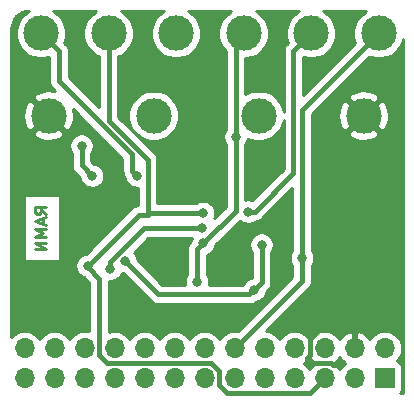
<source format=gbr>
G04 #@! TF.GenerationSoftware,KiCad,Pcbnew,(5.1.4)-1*
G04 #@! TF.CreationDate,2019-12-12T20:06:14+09:00*
G04 #@! TF.ProjectId,microcar_head,6d696372-6f63-4617-925f-686561642e6b,rev?*
G04 #@! TF.SameCoordinates,Original*
G04 #@! TF.FileFunction,Copper,L2,Bot*
G04 #@! TF.FilePolarity,Positive*
%FSLAX46Y46*%
G04 Gerber Fmt 4.6, Leading zero omitted, Abs format (unit mm)*
G04 Created by KiCad (PCBNEW (5.1.4)-1) date 2019-12-12 20:06:14*
%MOMM*%
%LPD*%
G04 APERTURE LIST*
%ADD10C,0.250000*%
%ADD11O,1.700000X1.700000*%
%ADD12R,1.700000X1.700000*%
%ADD13C,3.000000*%
%ADD14C,0.800000*%
%ADD15C,0.400000*%
%ADD16C,0.254000*%
G04 APERTURE END LIST*
D10*
X22677380Y-50220714D02*
X22201190Y-49887380D01*
X22677380Y-49649285D02*
X21677380Y-49649285D01*
X21677380Y-50030238D01*
X21725000Y-50125476D01*
X21772619Y-50173095D01*
X21867857Y-50220714D01*
X22010714Y-50220714D01*
X22105952Y-50173095D01*
X22153571Y-50125476D01*
X22201190Y-50030238D01*
X22201190Y-49649285D01*
X22391666Y-50601666D02*
X22391666Y-51077857D01*
X22677380Y-50506428D02*
X21677380Y-50839761D01*
X22677380Y-51173095D01*
X22677380Y-51506428D02*
X21677380Y-51506428D01*
X22391666Y-51839761D01*
X21677380Y-52173095D01*
X22677380Y-52173095D01*
X22677380Y-52649285D02*
X21677380Y-52649285D01*
X22677380Y-53220714D01*
X21677380Y-53220714D01*
D11*
X20828000Y-61595000D03*
X20828000Y-64135000D03*
X23368000Y-61595000D03*
X23368000Y-64135000D03*
X25908000Y-61595000D03*
X25908000Y-64135000D03*
X28448000Y-61595000D03*
X28448000Y-64135000D03*
X30988000Y-61595000D03*
X30988000Y-64135000D03*
X33528000Y-61595000D03*
X33528000Y-64135000D03*
X36068000Y-61595000D03*
X36068000Y-64135000D03*
X38608000Y-61595000D03*
X38608000Y-64135000D03*
X41148000Y-61595000D03*
X41148000Y-64135000D03*
X43688000Y-61595000D03*
X43688000Y-64135000D03*
X46228000Y-61595000D03*
X46228000Y-64135000D03*
X48768000Y-61595000D03*
X48768000Y-64135000D03*
X51308000Y-61595000D03*
D12*
X51308000Y-64135000D03*
D13*
X22860000Y-41910000D03*
X33655000Y-34925000D03*
X39370000Y-34925000D03*
X27940000Y-34925000D03*
X22225000Y-34925000D03*
X50800000Y-34925000D03*
X45085000Y-34925000D03*
X49530000Y-41910000D03*
X31750000Y-41910000D03*
X40640000Y-41910000D03*
D14*
X26035000Y-51435000D03*
X29210000Y-48260000D03*
X41275000Y-46355000D03*
X51435000Y-38735000D03*
X20447000Y-38735000D03*
X25400000Y-57785000D03*
X46482000Y-59309000D03*
X49403000Y-57912000D03*
X44958000Y-38735000D03*
X40767000Y-38735000D03*
X31750000Y-38735000D03*
X40005000Y-48768000D03*
X39751000Y-53848000D03*
X34290000Y-43688000D03*
X47498000Y-62992000D03*
X48133000Y-50927000D03*
X31369000Y-54483000D03*
X31369000Y-53340000D03*
X37211000Y-55626000D03*
X25400000Y-38735000D03*
X35852000Y-51435000D03*
X28067000Y-54864000D03*
X39751004Y-50038000D03*
X44323000Y-53936990D03*
X30353000Y-46990000D03*
X26162000Y-54610000D03*
X35941000Y-50165000D03*
X35941000Y-52705000D03*
X35433002Y-56007000D03*
X38696998Y-43688000D03*
X40259000Y-56642000D03*
X29337000Y-54229000D03*
X25654000Y-44450000D03*
X26543000Y-46990000D03*
X40893996Y-52832000D03*
D15*
X46932315Y-62992000D02*
X46785316Y-62845001D01*
X47498000Y-62992000D02*
X46932315Y-62992000D01*
X46082001Y-59708999D02*
X46482000Y-59309000D01*
X44977999Y-60813001D02*
X46082001Y-59708999D01*
X44977999Y-62155003D02*
X44977999Y-60813001D01*
X44723999Y-62409003D02*
X44977999Y-62155003D01*
X44723999Y-62845001D02*
X44723999Y-62409003D01*
X46785316Y-62845001D02*
X44723999Y-62845001D01*
X31369000Y-54483000D02*
X31369000Y-53340000D01*
X37973000Y-55626000D02*
X39751000Y-53848000D01*
X37211000Y-55626000D02*
X37973000Y-55626000D01*
X28067000Y-54314998D02*
X28067000Y-54864000D01*
X35852000Y-51435000D02*
X30946998Y-51435000D01*
X30946998Y-51435000D02*
X28067000Y-54314998D01*
X43585001Y-46769688D02*
X40316689Y-50038000D01*
X43585001Y-36424999D02*
X43585001Y-46769688D01*
X40316689Y-50038000D02*
X39751004Y-50038000D01*
X45085000Y-34925000D02*
X43585001Y-36424999D01*
X38608000Y-61595000D02*
X44323000Y-55880000D01*
X44323000Y-54502675D02*
X44323000Y-53936990D01*
X44323000Y-53371305D02*
X44323000Y-53936990D01*
X44323000Y-55880000D02*
X44323000Y-54502675D01*
X44323000Y-41402000D02*
X44323000Y-53371305D01*
X50800000Y-34925000D02*
X44323000Y-41402000D01*
X23724999Y-36424999D02*
X22225000Y-34925000D01*
X23724999Y-38964999D02*
X23724999Y-36424999D01*
X29953001Y-45193001D02*
X23724999Y-38964999D01*
X30353000Y-46990000D02*
X29953001Y-46590001D01*
X29953001Y-46590001D02*
X29953001Y-45193001D01*
X27158001Y-62155003D02*
X27158001Y-55733001D01*
X27847999Y-62845001D02*
X27158001Y-62155003D01*
X44977999Y-65385001D02*
X38007999Y-65385001D01*
X46228000Y-64135000D02*
X44977999Y-65385001D01*
X38007999Y-65385001D02*
X37318001Y-64695003D01*
X37318001Y-64695003D02*
X37318001Y-63534999D01*
X37318001Y-63534999D02*
X36628003Y-62845001D01*
X36628003Y-62845001D02*
X27847999Y-62845001D01*
X27158001Y-55733001D02*
X26162000Y-54737000D01*
X26162000Y-54737000D02*
X26162000Y-54610000D01*
X30480000Y-50292000D02*
X26162000Y-54610000D01*
X31242000Y-45633458D02*
X31242000Y-50292000D01*
X27940000Y-42331458D02*
X31242000Y-45633458D01*
X27940000Y-34925000D02*
X27940000Y-42331458D01*
X31242000Y-50292000D02*
X30480000Y-50292000D01*
X31242000Y-50292000D02*
X31369000Y-50165000D01*
X35375315Y-50165000D02*
X35941000Y-50165000D01*
X31369000Y-50165000D02*
X35375315Y-50165000D01*
X35941000Y-52705000D02*
X35433002Y-53212998D01*
X35433002Y-55441315D02*
X35433002Y-56007000D01*
X35433002Y-53212998D02*
X35433002Y-55441315D01*
X38696998Y-44380685D02*
X38696998Y-43815000D01*
X38696998Y-49949002D02*
X38696998Y-44380685D01*
X35941000Y-52705000D02*
X38696998Y-49949002D01*
X38696998Y-35598002D02*
X38696998Y-43815000D01*
X39370000Y-34925000D02*
X38696998Y-35598002D01*
X25654000Y-44450000D02*
X25654000Y-46101000D01*
X25654000Y-46101000D02*
X26543000Y-46990000D01*
X40259000Y-56642000D02*
X40893996Y-56007004D01*
X40893996Y-53397685D02*
X40893996Y-52832000D01*
X40893996Y-56007004D02*
X40893996Y-53397685D01*
X29337000Y-54229000D02*
X32149999Y-57041999D01*
X39859001Y-57041999D02*
X40259000Y-56642000D01*
X32149999Y-57041999D02*
X39859001Y-57041999D01*
D16*
G36*
X52883001Y-65380000D02*
G01*
X52655295Y-65380000D01*
X52688537Y-65339494D01*
X52747502Y-65229180D01*
X52783812Y-65109482D01*
X52796072Y-64985000D01*
X52796072Y-63285000D01*
X52783812Y-63160518D01*
X52747502Y-63040820D01*
X52688537Y-62930506D01*
X52609185Y-62833815D01*
X52512494Y-62754463D01*
X52402180Y-62695498D01*
X52333313Y-62674607D01*
X52363134Y-62650134D01*
X52548706Y-62424014D01*
X52686599Y-62166034D01*
X52771513Y-61886111D01*
X52800185Y-61595000D01*
X52771513Y-61303889D01*
X52686599Y-61023966D01*
X52548706Y-60765986D01*
X52363134Y-60539866D01*
X52137014Y-60354294D01*
X51879034Y-60216401D01*
X51599111Y-60131487D01*
X51380950Y-60110000D01*
X51235050Y-60110000D01*
X51016889Y-60131487D01*
X50736966Y-60216401D01*
X50478986Y-60354294D01*
X50252866Y-60539866D01*
X50067294Y-60765986D01*
X50032799Y-60830523D01*
X49963178Y-60713645D01*
X49768269Y-60497412D01*
X49534920Y-60323359D01*
X49272099Y-60198175D01*
X49124890Y-60153524D01*
X48895000Y-60274845D01*
X48895000Y-61468000D01*
X48915000Y-61468000D01*
X48915000Y-61722000D01*
X48895000Y-61722000D01*
X48895000Y-61742000D01*
X48641000Y-61742000D01*
X48641000Y-61722000D01*
X48621000Y-61722000D01*
X48621000Y-61468000D01*
X48641000Y-61468000D01*
X48641000Y-60274845D01*
X48411110Y-60153524D01*
X48263901Y-60198175D01*
X48001080Y-60323359D01*
X47767731Y-60497412D01*
X47572822Y-60713645D01*
X47503201Y-60830523D01*
X47468706Y-60765986D01*
X47283134Y-60539866D01*
X47057014Y-60354294D01*
X46799034Y-60216401D01*
X46519111Y-60131487D01*
X46300950Y-60110000D01*
X46155050Y-60110000D01*
X45936889Y-60131487D01*
X45656966Y-60216401D01*
X45398986Y-60354294D01*
X45172866Y-60539866D01*
X44987294Y-60765986D01*
X44958000Y-60820791D01*
X44928706Y-60765986D01*
X44743134Y-60539866D01*
X44517014Y-60354294D01*
X44259034Y-60216401D01*
X43979111Y-60131487D01*
X43760950Y-60110000D01*
X43615050Y-60110000D01*
X43396889Y-60131487D01*
X43116966Y-60216401D01*
X42858986Y-60354294D01*
X42632866Y-60539866D01*
X42447294Y-60765986D01*
X42418000Y-60820791D01*
X42388706Y-60765986D01*
X42203134Y-60539866D01*
X41977014Y-60354294D01*
X41719034Y-60216401D01*
X41439111Y-60131487D01*
X41269123Y-60114745D01*
X44884433Y-56499436D01*
X44916291Y-56473291D01*
X45020636Y-56346146D01*
X45098172Y-56201087D01*
X45145918Y-56043689D01*
X45158000Y-55921019D01*
X45158000Y-55921018D01*
X45162040Y-55880000D01*
X45158000Y-55838982D01*
X45158000Y-54550275D01*
X45240205Y-54427246D01*
X45318226Y-54238888D01*
X45358000Y-54038929D01*
X45358000Y-53835051D01*
X45318226Y-53635092D01*
X45240205Y-53446734D01*
X45158000Y-53323705D01*
X45158000Y-43401653D01*
X48217952Y-43401653D01*
X48373962Y-43717214D01*
X48748745Y-43908020D01*
X49153551Y-44022044D01*
X49572824Y-44054902D01*
X49990451Y-44005334D01*
X50390383Y-43875243D01*
X50686038Y-43717214D01*
X50842048Y-43401653D01*
X49530000Y-42089605D01*
X48217952Y-43401653D01*
X45158000Y-43401653D01*
X45158000Y-41952824D01*
X47385098Y-41952824D01*
X47434666Y-42370451D01*
X47564757Y-42770383D01*
X47722786Y-43066038D01*
X48038347Y-43222048D01*
X49350395Y-41910000D01*
X49709605Y-41910000D01*
X51021653Y-43222048D01*
X51337214Y-43066038D01*
X51528020Y-42691255D01*
X51642044Y-42286449D01*
X51674902Y-41867176D01*
X51625334Y-41449549D01*
X51495243Y-41049617D01*
X51337214Y-40753962D01*
X51021653Y-40597952D01*
X49709605Y-41910000D01*
X49350395Y-41910000D01*
X48038347Y-40597952D01*
X47722786Y-40753962D01*
X47531980Y-41128745D01*
X47417956Y-41533551D01*
X47385098Y-41952824D01*
X45158000Y-41952824D01*
X45158000Y-41747867D01*
X46487520Y-40418347D01*
X48217952Y-40418347D01*
X49530000Y-41730395D01*
X50842048Y-40418347D01*
X50686038Y-40102786D01*
X50311255Y-39911980D01*
X49906449Y-39797956D01*
X49487176Y-39765098D01*
X49069549Y-39814666D01*
X48669617Y-39944757D01*
X48373962Y-40102786D01*
X48217952Y-40418347D01*
X46487520Y-40418347D01*
X50000942Y-36904926D01*
X50177244Y-36977953D01*
X50589721Y-37060000D01*
X51010279Y-37060000D01*
X51422756Y-36977953D01*
X51811302Y-36817012D01*
X52160983Y-36583363D01*
X52458363Y-36285983D01*
X52692012Y-35936302D01*
X52852953Y-35547756D01*
X52883000Y-35396700D01*
X52883001Y-65380000D01*
X52883001Y-65380000D01*
G37*
X52883001Y-65380000D02*
X52655295Y-65380000D01*
X52688537Y-65339494D01*
X52747502Y-65229180D01*
X52783812Y-65109482D01*
X52796072Y-64985000D01*
X52796072Y-63285000D01*
X52783812Y-63160518D01*
X52747502Y-63040820D01*
X52688537Y-62930506D01*
X52609185Y-62833815D01*
X52512494Y-62754463D01*
X52402180Y-62695498D01*
X52333313Y-62674607D01*
X52363134Y-62650134D01*
X52548706Y-62424014D01*
X52686599Y-62166034D01*
X52771513Y-61886111D01*
X52800185Y-61595000D01*
X52771513Y-61303889D01*
X52686599Y-61023966D01*
X52548706Y-60765986D01*
X52363134Y-60539866D01*
X52137014Y-60354294D01*
X51879034Y-60216401D01*
X51599111Y-60131487D01*
X51380950Y-60110000D01*
X51235050Y-60110000D01*
X51016889Y-60131487D01*
X50736966Y-60216401D01*
X50478986Y-60354294D01*
X50252866Y-60539866D01*
X50067294Y-60765986D01*
X50032799Y-60830523D01*
X49963178Y-60713645D01*
X49768269Y-60497412D01*
X49534920Y-60323359D01*
X49272099Y-60198175D01*
X49124890Y-60153524D01*
X48895000Y-60274845D01*
X48895000Y-61468000D01*
X48915000Y-61468000D01*
X48915000Y-61722000D01*
X48895000Y-61722000D01*
X48895000Y-61742000D01*
X48641000Y-61742000D01*
X48641000Y-61722000D01*
X48621000Y-61722000D01*
X48621000Y-61468000D01*
X48641000Y-61468000D01*
X48641000Y-60274845D01*
X48411110Y-60153524D01*
X48263901Y-60198175D01*
X48001080Y-60323359D01*
X47767731Y-60497412D01*
X47572822Y-60713645D01*
X47503201Y-60830523D01*
X47468706Y-60765986D01*
X47283134Y-60539866D01*
X47057014Y-60354294D01*
X46799034Y-60216401D01*
X46519111Y-60131487D01*
X46300950Y-60110000D01*
X46155050Y-60110000D01*
X45936889Y-60131487D01*
X45656966Y-60216401D01*
X45398986Y-60354294D01*
X45172866Y-60539866D01*
X44987294Y-60765986D01*
X44958000Y-60820791D01*
X44928706Y-60765986D01*
X44743134Y-60539866D01*
X44517014Y-60354294D01*
X44259034Y-60216401D01*
X43979111Y-60131487D01*
X43760950Y-60110000D01*
X43615050Y-60110000D01*
X43396889Y-60131487D01*
X43116966Y-60216401D01*
X42858986Y-60354294D01*
X42632866Y-60539866D01*
X42447294Y-60765986D01*
X42418000Y-60820791D01*
X42388706Y-60765986D01*
X42203134Y-60539866D01*
X41977014Y-60354294D01*
X41719034Y-60216401D01*
X41439111Y-60131487D01*
X41269123Y-60114745D01*
X44884433Y-56499436D01*
X44916291Y-56473291D01*
X45020636Y-56346146D01*
X45098172Y-56201087D01*
X45145918Y-56043689D01*
X45158000Y-55921019D01*
X45158000Y-55921018D01*
X45162040Y-55880000D01*
X45158000Y-55838982D01*
X45158000Y-54550275D01*
X45240205Y-54427246D01*
X45318226Y-54238888D01*
X45358000Y-54038929D01*
X45358000Y-53835051D01*
X45318226Y-53635092D01*
X45240205Y-53446734D01*
X45158000Y-53323705D01*
X45158000Y-43401653D01*
X48217952Y-43401653D01*
X48373962Y-43717214D01*
X48748745Y-43908020D01*
X49153551Y-44022044D01*
X49572824Y-44054902D01*
X49990451Y-44005334D01*
X50390383Y-43875243D01*
X50686038Y-43717214D01*
X50842048Y-43401653D01*
X49530000Y-42089605D01*
X48217952Y-43401653D01*
X45158000Y-43401653D01*
X45158000Y-41952824D01*
X47385098Y-41952824D01*
X47434666Y-42370451D01*
X47564757Y-42770383D01*
X47722786Y-43066038D01*
X48038347Y-43222048D01*
X49350395Y-41910000D01*
X49709605Y-41910000D01*
X51021653Y-43222048D01*
X51337214Y-43066038D01*
X51528020Y-42691255D01*
X51642044Y-42286449D01*
X51674902Y-41867176D01*
X51625334Y-41449549D01*
X51495243Y-41049617D01*
X51337214Y-40753962D01*
X51021653Y-40597952D01*
X49709605Y-41910000D01*
X49350395Y-41910000D01*
X48038347Y-40597952D01*
X47722786Y-40753962D01*
X47531980Y-41128745D01*
X47417956Y-41533551D01*
X47385098Y-41952824D01*
X45158000Y-41952824D01*
X45158000Y-41747867D01*
X46487520Y-40418347D01*
X48217952Y-40418347D01*
X49530000Y-41730395D01*
X50842048Y-40418347D01*
X50686038Y-40102786D01*
X50311255Y-39911980D01*
X49906449Y-39797956D01*
X49487176Y-39765098D01*
X49069549Y-39814666D01*
X48669617Y-39944757D01*
X48373962Y-40102786D01*
X48217952Y-40418347D01*
X46487520Y-40418347D01*
X50000942Y-36904926D01*
X50177244Y-36977953D01*
X50589721Y-37060000D01*
X51010279Y-37060000D01*
X51422756Y-36977953D01*
X51811302Y-36817012D01*
X52160983Y-36583363D01*
X52458363Y-36285983D01*
X52692012Y-35936302D01*
X52852953Y-35547756D01*
X52883000Y-35396700D01*
X52883001Y-65380000D01*
G36*
X47572822Y-62476355D02*
G01*
X47767731Y-62692588D01*
X47996756Y-62863416D01*
X47938986Y-62894294D01*
X47712866Y-63079866D01*
X47527294Y-63305986D01*
X47498000Y-63360791D01*
X47468706Y-63305986D01*
X47283134Y-63079866D01*
X47057014Y-62894294D01*
X47002209Y-62865000D01*
X47057014Y-62835706D01*
X47283134Y-62650134D01*
X47468706Y-62424014D01*
X47503201Y-62359477D01*
X47572822Y-62476355D01*
X47572822Y-62476355D01*
G37*
X47572822Y-62476355D02*
X47767731Y-62692588D01*
X47996756Y-62863416D01*
X47938986Y-62894294D01*
X47712866Y-63079866D01*
X47527294Y-63305986D01*
X47498000Y-63360791D01*
X47468706Y-63305986D01*
X47283134Y-63079866D01*
X47057014Y-62894294D01*
X47002209Y-62865000D01*
X47057014Y-62835706D01*
X47283134Y-62650134D01*
X47468706Y-62424014D01*
X47503201Y-62359477D01*
X47572822Y-62476355D01*
G36*
X44987294Y-62424014D02*
G01*
X45172866Y-62650134D01*
X45398986Y-62835706D01*
X45453791Y-62865000D01*
X45398986Y-62894294D01*
X45172866Y-63079866D01*
X44987294Y-63305986D01*
X44958000Y-63360791D01*
X44928706Y-63305986D01*
X44743134Y-63079866D01*
X44517014Y-62894294D01*
X44462209Y-62865000D01*
X44517014Y-62835706D01*
X44743134Y-62650134D01*
X44928706Y-62424014D01*
X44958000Y-62369209D01*
X44987294Y-62424014D01*
X44987294Y-62424014D01*
G37*
X44987294Y-62424014D02*
X45172866Y-62650134D01*
X45398986Y-62835706D01*
X45453791Y-62865000D01*
X45398986Y-62894294D01*
X45172866Y-63079866D01*
X44987294Y-63305986D01*
X44958000Y-63360791D01*
X44928706Y-63305986D01*
X44743134Y-63079866D01*
X44517014Y-62894294D01*
X44462209Y-62865000D01*
X44517014Y-62835706D01*
X44743134Y-62650134D01*
X44928706Y-62424014D01*
X44958000Y-62369209D01*
X44987294Y-62424014D01*
G36*
X20864017Y-33266637D02*
G01*
X20566637Y-33564017D01*
X20332988Y-33913698D01*
X20172047Y-34302244D01*
X20090000Y-34714721D01*
X20090000Y-35135279D01*
X20172047Y-35547756D01*
X20332988Y-35936302D01*
X20566637Y-36285983D01*
X20864017Y-36583363D01*
X21213698Y-36817012D01*
X21602244Y-36977953D01*
X22014721Y-37060000D01*
X22435279Y-37060000D01*
X22847756Y-36977953D01*
X22890000Y-36960455D01*
X22889999Y-38923980D01*
X22885959Y-38964999D01*
X22889999Y-39006017D01*
X22902081Y-39128687D01*
X22949827Y-39286085D01*
X23027363Y-39431144D01*
X23131708Y-39558290D01*
X23163578Y-39584445D01*
X23432238Y-39853105D01*
X23236449Y-39797956D01*
X22817176Y-39765098D01*
X22399549Y-39814666D01*
X21999617Y-39944757D01*
X21703962Y-40102786D01*
X21547952Y-40418347D01*
X22860000Y-41730395D01*
X22874143Y-41716253D01*
X23053748Y-41895858D01*
X23039605Y-41910000D01*
X24351653Y-43222048D01*
X24667214Y-43066038D01*
X24858020Y-42691255D01*
X24972044Y-42286449D01*
X25004902Y-41867176D01*
X24955334Y-41449549D01*
X24919973Y-41340841D01*
X29118002Y-45538871D01*
X29118001Y-46548982D01*
X29113961Y-46590001D01*
X29118001Y-46631019D01*
X29130083Y-46753689D01*
X29177829Y-46911087D01*
X29255365Y-47056146D01*
X29328641Y-47145433D01*
X29357774Y-47291898D01*
X29435795Y-47480256D01*
X29549063Y-47649774D01*
X29693226Y-47793937D01*
X29862744Y-47907205D01*
X30051102Y-47985226D01*
X30251061Y-48025000D01*
X30407001Y-48025000D01*
X30407001Y-49460150D01*
X30316311Y-49469082D01*
X30158913Y-49516828D01*
X30013854Y-49594364D01*
X29886709Y-49698709D01*
X29860561Y-49730571D01*
X26005226Y-53585907D01*
X25860102Y-53614774D01*
X25671744Y-53692795D01*
X25502226Y-53806063D01*
X25358063Y-53950226D01*
X25244795Y-54119744D01*
X25166774Y-54308102D01*
X25127000Y-54508061D01*
X25127000Y-54711939D01*
X25166774Y-54911898D01*
X25244795Y-55100256D01*
X25358063Y-55269774D01*
X25502226Y-55413937D01*
X25671744Y-55527205D01*
X25841762Y-55597629D01*
X26323002Y-56078870D01*
X26323001Y-60169069D01*
X26199111Y-60131487D01*
X25980950Y-60110000D01*
X25835050Y-60110000D01*
X25616889Y-60131487D01*
X25336966Y-60216401D01*
X25078986Y-60354294D01*
X24852866Y-60539866D01*
X24667294Y-60765986D01*
X24638000Y-60820791D01*
X24608706Y-60765986D01*
X24423134Y-60539866D01*
X24197014Y-60354294D01*
X23939034Y-60216401D01*
X23659111Y-60131487D01*
X23440950Y-60110000D01*
X23295050Y-60110000D01*
X23076889Y-60131487D01*
X22796966Y-60216401D01*
X22538986Y-60354294D01*
X22312866Y-60539866D01*
X22127294Y-60765986D01*
X22098000Y-60820791D01*
X22068706Y-60765986D01*
X21883134Y-60539866D01*
X21657014Y-60354294D01*
X21399034Y-60216401D01*
X21119111Y-60131487D01*
X20900950Y-60110000D01*
X20755050Y-60110000D01*
X20536889Y-60131487D01*
X20256966Y-60216401D01*
X19998986Y-60354294D01*
X19772866Y-60539866D01*
X19710000Y-60616468D01*
X19710000Y-48651190D01*
X20807500Y-48651190D01*
X20807500Y-54218809D01*
X23827500Y-54218809D01*
X23827500Y-48651190D01*
X20807500Y-48651190D01*
X19710000Y-48651190D01*
X19710000Y-44348061D01*
X24619000Y-44348061D01*
X24619000Y-44551939D01*
X24658774Y-44751898D01*
X24736795Y-44940256D01*
X24819000Y-45063285D01*
X24819001Y-46059972D01*
X24814960Y-46101000D01*
X24831082Y-46264688D01*
X24878828Y-46422086D01*
X24933225Y-46523855D01*
X24956365Y-46567146D01*
X25060710Y-46694291D01*
X25092574Y-46720441D01*
X25518908Y-47146776D01*
X25547774Y-47291898D01*
X25625795Y-47480256D01*
X25739063Y-47649774D01*
X25883226Y-47793937D01*
X26052744Y-47907205D01*
X26241102Y-47985226D01*
X26441061Y-48025000D01*
X26644939Y-48025000D01*
X26844898Y-47985226D01*
X27033256Y-47907205D01*
X27202774Y-47793937D01*
X27346937Y-47649774D01*
X27460205Y-47480256D01*
X27538226Y-47291898D01*
X27578000Y-47091939D01*
X27578000Y-46888061D01*
X27538226Y-46688102D01*
X27460205Y-46499744D01*
X27346937Y-46330226D01*
X27202774Y-46186063D01*
X27033256Y-46072795D01*
X26844898Y-45994774D01*
X26699776Y-45965908D01*
X26489000Y-45755132D01*
X26489000Y-45063285D01*
X26571205Y-44940256D01*
X26649226Y-44751898D01*
X26689000Y-44551939D01*
X26689000Y-44348061D01*
X26649226Y-44148102D01*
X26571205Y-43959744D01*
X26457937Y-43790226D01*
X26313774Y-43646063D01*
X26144256Y-43532795D01*
X25955898Y-43454774D01*
X25755939Y-43415000D01*
X25552061Y-43415000D01*
X25352102Y-43454774D01*
X25163744Y-43532795D01*
X24994226Y-43646063D01*
X24850063Y-43790226D01*
X24736795Y-43959744D01*
X24658774Y-44148102D01*
X24619000Y-44348061D01*
X19710000Y-44348061D01*
X19710000Y-43401653D01*
X21547952Y-43401653D01*
X21703962Y-43717214D01*
X22078745Y-43908020D01*
X22483551Y-44022044D01*
X22902824Y-44054902D01*
X23320451Y-44005334D01*
X23720383Y-43875243D01*
X24016038Y-43717214D01*
X24172048Y-43401653D01*
X22860000Y-42089605D01*
X21547952Y-43401653D01*
X19710000Y-43401653D01*
X19710000Y-41952824D01*
X20715098Y-41952824D01*
X20764666Y-42370451D01*
X20894757Y-42770383D01*
X21052786Y-43066038D01*
X21368347Y-43222048D01*
X22680395Y-41910000D01*
X21368347Y-40597952D01*
X21052786Y-40753962D01*
X20861980Y-41128745D01*
X20747956Y-41533551D01*
X20715098Y-41952824D01*
X19710000Y-41952824D01*
X19710000Y-34525279D01*
X19740682Y-34212364D01*
X19822185Y-33942414D01*
X19954565Y-33693442D01*
X20132788Y-33474920D01*
X20350058Y-33295178D01*
X20598105Y-33161059D01*
X20867479Y-33077674D01*
X21178354Y-33045000D01*
X21195721Y-33045000D01*
X20864017Y-33266637D01*
X20864017Y-33266637D01*
G37*
X20864017Y-33266637D02*
X20566637Y-33564017D01*
X20332988Y-33913698D01*
X20172047Y-34302244D01*
X20090000Y-34714721D01*
X20090000Y-35135279D01*
X20172047Y-35547756D01*
X20332988Y-35936302D01*
X20566637Y-36285983D01*
X20864017Y-36583363D01*
X21213698Y-36817012D01*
X21602244Y-36977953D01*
X22014721Y-37060000D01*
X22435279Y-37060000D01*
X22847756Y-36977953D01*
X22890000Y-36960455D01*
X22889999Y-38923980D01*
X22885959Y-38964999D01*
X22889999Y-39006017D01*
X22902081Y-39128687D01*
X22949827Y-39286085D01*
X23027363Y-39431144D01*
X23131708Y-39558290D01*
X23163578Y-39584445D01*
X23432238Y-39853105D01*
X23236449Y-39797956D01*
X22817176Y-39765098D01*
X22399549Y-39814666D01*
X21999617Y-39944757D01*
X21703962Y-40102786D01*
X21547952Y-40418347D01*
X22860000Y-41730395D01*
X22874143Y-41716253D01*
X23053748Y-41895858D01*
X23039605Y-41910000D01*
X24351653Y-43222048D01*
X24667214Y-43066038D01*
X24858020Y-42691255D01*
X24972044Y-42286449D01*
X25004902Y-41867176D01*
X24955334Y-41449549D01*
X24919973Y-41340841D01*
X29118002Y-45538871D01*
X29118001Y-46548982D01*
X29113961Y-46590001D01*
X29118001Y-46631019D01*
X29130083Y-46753689D01*
X29177829Y-46911087D01*
X29255365Y-47056146D01*
X29328641Y-47145433D01*
X29357774Y-47291898D01*
X29435795Y-47480256D01*
X29549063Y-47649774D01*
X29693226Y-47793937D01*
X29862744Y-47907205D01*
X30051102Y-47985226D01*
X30251061Y-48025000D01*
X30407001Y-48025000D01*
X30407001Y-49460150D01*
X30316311Y-49469082D01*
X30158913Y-49516828D01*
X30013854Y-49594364D01*
X29886709Y-49698709D01*
X29860561Y-49730571D01*
X26005226Y-53585907D01*
X25860102Y-53614774D01*
X25671744Y-53692795D01*
X25502226Y-53806063D01*
X25358063Y-53950226D01*
X25244795Y-54119744D01*
X25166774Y-54308102D01*
X25127000Y-54508061D01*
X25127000Y-54711939D01*
X25166774Y-54911898D01*
X25244795Y-55100256D01*
X25358063Y-55269774D01*
X25502226Y-55413937D01*
X25671744Y-55527205D01*
X25841762Y-55597629D01*
X26323002Y-56078870D01*
X26323001Y-60169069D01*
X26199111Y-60131487D01*
X25980950Y-60110000D01*
X25835050Y-60110000D01*
X25616889Y-60131487D01*
X25336966Y-60216401D01*
X25078986Y-60354294D01*
X24852866Y-60539866D01*
X24667294Y-60765986D01*
X24638000Y-60820791D01*
X24608706Y-60765986D01*
X24423134Y-60539866D01*
X24197014Y-60354294D01*
X23939034Y-60216401D01*
X23659111Y-60131487D01*
X23440950Y-60110000D01*
X23295050Y-60110000D01*
X23076889Y-60131487D01*
X22796966Y-60216401D01*
X22538986Y-60354294D01*
X22312866Y-60539866D01*
X22127294Y-60765986D01*
X22098000Y-60820791D01*
X22068706Y-60765986D01*
X21883134Y-60539866D01*
X21657014Y-60354294D01*
X21399034Y-60216401D01*
X21119111Y-60131487D01*
X20900950Y-60110000D01*
X20755050Y-60110000D01*
X20536889Y-60131487D01*
X20256966Y-60216401D01*
X19998986Y-60354294D01*
X19772866Y-60539866D01*
X19710000Y-60616468D01*
X19710000Y-48651190D01*
X20807500Y-48651190D01*
X20807500Y-54218809D01*
X23827500Y-54218809D01*
X23827500Y-48651190D01*
X20807500Y-48651190D01*
X19710000Y-48651190D01*
X19710000Y-44348061D01*
X24619000Y-44348061D01*
X24619000Y-44551939D01*
X24658774Y-44751898D01*
X24736795Y-44940256D01*
X24819000Y-45063285D01*
X24819001Y-46059972D01*
X24814960Y-46101000D01*
X24831082Y-46264688D01*
X24878828Y-46422086D01*
X24933225Y-46523855D01*
X24956365Y-46567146D01*
X25060710Y-46694291D01*
X25092574Y-46720441D01*
X25518908Y-47146776D01*
X25547774Y-47291898D01*
X25625795Y-47480256D01*
X25739063Y-47649774D01*
X25883226Y-47793937D01*
X26052744Y-47907205D01*
X26241102Y-47985226D01*
X26441061Y-48025000D01*
X26644939Y-48025000D01*
X26844898Y-47985226D01*
X27033256Y-47907205D01*
X27202774Y-47793937D01*
X27346937Y-47649774D01*
X27460205Y-47480256D01*
X27538226Y-47291898D01*
X27578000Y-47091939D01*
X27578000Y-46888061D01*
X27538226Y-46688102D01*
X27460205Y-46499744D01*
X27346937Y-46330226D01*
X27202774Y-46186063D01*
X27033256Y-46072795D01*
X26844898Y-45994774D01*
X26699776Y-45965908D01*
X26489000Y-45755132D01*
X26489000Y-45063285D01*
X26571205Y-44940256D01*
X26649226Y-44751898D01*
X26689000Y-44551939D01*
X26689000Y-44348061D01*
X26649226Y-44148102D01*
X26571205Y-43959744D01*
X26457937Y-43790226D01*
X26313774Y-43646063D01*
X26144256Y-43532795D01*
X25955898Y-43454774D01*
X25755939Y-43415000D01*
X25552061Y-43415000D01*
X25352102Y-43454774D01*
X25163744Y-43532795D01*
X24994226Y-43646063D01*
X24850063Y-43790226D01*
X24736795Y-43959744D01*
X24658774Y-44148102D01*
X24619000Y-44348061D01*
X19710000Y-44348061D01*
X19710000Y-43401653D01*
X21547952Y-43401653D01*
X21703962Y-43717214D01*
X22078745Y-43908020D01*
X22483551Y-44022044D01*
X22902824Y-44054902D01*
X23320451Y-44005334D01*
X23720383Y-43875243D01*
X24016038Y-43717214D01*
X24172048Y-43401653D01*
X22860000Y-42089605D01*
X21547952Y-43401653D01*
X19710000Y-43401653D01*
X19710000Y-41952824D01*
X20715098Y-41952824D01*
X20764666Y-42370451D01*
X20894757Y-42770383D01*
X21052786Y-43066038D01*
X21368347Y-43222048D01*
X22680395Y-41910000D01*
X21368347Y-40597952D01*
X21052786Y-40753962D01*
X20861980Y-41128745D01*
X20747956Y-41533551D01*
X20715098Y-41952824D01*
X19710000Y-41952824D01*
X19710000Y-34525279D01*
X19740682Y-34212364D01*
X19822185Y-33942414D01*
X19954565Y-33693442D01*
X20132788Y-33474920D01*
X20350058Y-33295178D01*
X20598105Y-33161059D01*
X20867479Y-33077674D01*
X21178354Y-33045000D01*
X21195721Y-33045000D01*
X20864017Y-33266637D01*
G36*
X43488001Y-53323704D02*
G01*
X43405795Y-53446734D01*
X43327774Y-53635092D01*
X43288000Y-53835051D01*
X43288000Y-54038929D01*
X43327774Y-54238888D01*
X43405795Y-54427246D01*
X43488001Y-54550276D01*
X43488000Y-55534131D01*
X38891405Y-60130728D01*
X38680950Y-60110000D01*
X38535050Y-60110000D01*
X38316889Y-60131487D01*
X38036966Y-60216401D01*
X37778986Y-60354294D01*
X37552866Y-60539866D01*
X37367294Y-60765986D01*
X37338000Y-60820791D01*
X37308706Y-60765986D01*
X37123134Y-60539866D01*
X36897014Y-60354294D01*
X36639034Y-60216401D01*
X36359111Y-60131487D01*
X36140950Y-60110000D01*
X35995050Y-60110000D01*
X35776889Y-60131487D01*
X35496966Y-60216401D01*
X35238986Y-60354294D01*
X35012866Y-60539866D01*
X34827294Y-60765986D01*
X34798000Y-60820791D01*
X34768706Y-60765986D01*
X34583134Y-60539866D01*
X34357014Y-60354294D01*
X34099034Y-60216401D01*
X33819111Y-60131487D01*
X33600950Y-60110000D01*
X33455050Y-60110000D01*
X33236889Y-60131487D01*
X32956966Y-60216401D01*
X32698986Y-60354294D01*
X32472866Y-60539866D01*
X32287294Y-60765986D01*
X32258000Y-60820791D01*
X32228706Y-60765986D01*
X32043134Y-60539866D01*
X31817014Y-60354294D01*
X31559034Y-60216401D01*
X31279111Y-60131487D01*
X31060950Y-60110000D01*
X30915050Y-60110000D01*
X30696889Y-60131487D01*
X30416966Y-60216401D01*
X30158986Y-60354294D01*
X29932866Y-60539866D01*
X29747294Y-60765986D01*
X29718000Y-60820791D01*
X29688706Y-60765986D01*
X29503134Y-60539866D01*
X29277014Y-60354294D01*
X29019034Y-60216401D01*
X28739111Y-60131487D01*
X28520950Y-60110000D01*
X28375050Y-60110000D01*
X28156889Y-60131487D01*
X27993001Y-60181202D01*
X27993001Y-55899000D01*
X28168939Y-55899000D01*
X28368898Y-55859226D01*
X28557256Y-55781205D01*
X28726774Y-55667937D01*
X28870937Y-55523774D01*
X28984205Y-55354256D01*
X29037840Y-55224771D01*
X29180225Y-55253093D01*
X31530558Y-57603426D01*
X31556708Y-57635290D01*
X31683853Y-57739635D01*
X31828912Y-57817171D01*
X31986310Y-57864917D01*
X32108980Y-57876999D01*
X32108990Y-57876999D01*
X32149998Y-57881038D01*
X32191006Y-57876999D01*
X39817983Y-57876999D01*
X39859001Y-57881039D01*
X39900019Y-57876999D01*
X39900020Y-57876999D01*
X40022690Y-57864917D01*
X40180088Y-57817171D01*
X40325147Y-57739635D01*
X40414434Y-57666359D01*
X40560898Y-57637226D01*
X40749256Y-57559205D01*
X40918774Y-57445937D01*
X41062937Y-57301774D01*
X41176205Y-57132256D01*
X41254226Y-56943898D01*
X41283092Y-56798776D01*
X41455428Y-56626440D01*
X41487287Y-56600295D01*
X41523706Y-56555919D01*
X41591632Y-56473150D01*
X41669168Y-56328091D01*
X41716914Y-56170693D01*
X41733036Y-56007004D01*
X41728996Y-55965986D01*
X41728996Y-53445285D01*
X41811201Y-53322256D01*
X41889222Y-53133898D01*
X41928996Y-52933939D01*
X41928996Y-52730061D01*
X41889222Y-52530102D01*
X41811201Y-52341744D01*
X41697933Y-52172226D01*
X41553770Y-52028063D01*
X41384252Y-51914795D01*
X41195894Y-51836774D01*
X40995935Y-51797000D01*
X40792057Y-51797000D01*
X40592098Y-51836774D01*
X40403740Y-51914795D01*
X40234222Y-52028063D01*
X40090059Y-52172226D01*
X39976791Y-52341744D01*
X39898770Y-52530102D01*
X39858996Y-52730061D01*
X39858996Y-52933939D01*
X39898770Y-53133898D01*
X39976791Y-53322256D01*
X40058997Y-53445286D01*
X40058996Y-55626506D01*
X39957102Y-55646774D01*
X39768744Y-55724795D01*
X39599226Y-55838063D01*
X39455063Y-55982226D01*
X39341795Y-56151744D01*
X39318907Y-56206999D01*
X36448497Y-56206999D01*
X36468002Y-56108939D01*
X36468002Y-55905061D01*
X36428228Y-55705102D01*
X36350207Y-55516744D01*
X36268002Y-55393715D01*
X36268002Y-53689828D01*
X36431256Y-53622205D01*
X36600774Y-53508937D01*
X36744937Y-53364774D01*
X36858205Y-53195256D01*
X36936226Y-53006898D01*
X36965093Y-52861775D01*
X39038081Y-50788788D01*
X39091230Y-50841937D01*
X39260748Y-50955205D01*
X39449106Y-51033226D01*
X39649065Y-51073000D01*
X39852943Y-51073000D01*
X40052902Y-51033226D01*
X40241260Y-50955205D01*
X40365427Y-50872240D01*
X40480378Y-50860918D01*
X40637776Y-50813172D01*
X40782835Y-50735636D01*
X40909980Y-50631291D01*
X40936135Y-50599421D01*
X43488001Y-48047556D01*
X43488001Y-53323704D01*
X43488001Y-53323704D01*
G37*
X43488001Y-53323704D02*
X43405795Y-53446734D01*
X43327774Y-53635092D01*
X43288000Y-53835051D01*
X43288000Y-54038929D01*
X43327774Y-54238888D01*
X43405795Y-54427246D01*
X43488001Y-54550276D01*
X43488000Y-55534131D01*
X38891405Y-60130728D01*
X38680950Y-60110000D01*
X38535050Y-60110000D01*
X38316889Y-60131487D01*
X38036966Y-60216401D01*
X37778986Y-60354294D01*
X37552866Y-60539866D01*
X37367294Y-60765986D01*
X37338000Y-60820791D01*
X37308706Y-60765986D01*
X37123134Y-60539866D01*
X36897014Y-60354294D01*
X36639034Y-60216401D01*
X36359111Y-60131487D01*
X36140950Y-60110000D01*
X35995050Y-60110000D01*
X35776889Y-60131487D01*
X35496966Y-60216401D01*
X35238986Y-60354294D01*
X35012866Y-60539866D01*
X34827294Y-60765986D01*
X34798000Y-60820791D01*
X34768706Y-60765986D01*
X34583134Y-60539866D01*
X34357014Y-60354294D01*
X34099034Y-60216401D01*
X33819111Y-60131487D01*
X33600950Y-60110000D01*
X33455050Y-60110000D01*
X33236889Y-60131487D01*
X32956966Y-60216401D01*
X32698986Y-60354294D01*
X32472866Y-60539866D01*
X32287294Y-60765986D01*
X32258000Y-60820791D01*
X32228706Y-60765986D01*
X32043134Y-60539866D01*
X31817014Y-60354294D01*
X31559034Y-60216401D01*
X31279111Y-60131487D01*
X31060950Y-60110000D01*
X30915050Y-60110000D01*
X30696889Y-60131487D01*
X30416966Y-60216401D01*
X30158986Y-60354294D01*
X29932866Y-60539866D01*
X29747294Y-60765986D01*
X29718000Y-60820791D01*
X29688706Y-60765986D01*
X29503134Y-60539866D01*
X29277014Y-60354294D01*
X29019034Y-60216401D01*
X28739111Y-60131487D01*
X28520950Y-60110000D01*
X28375050Y-60110000D01*
X28156889Y-60131487D01*
X27993001Y-60181202D01*
X27993001Y-55899000D01*
X28168939Y-55899000D01*
X28368898Y-55859226D01*
X28557256Y-55781205D01*
X28726774Y-55667937D01*
X28870937Y-55523774D01*
X28984205Y-55354256D01*
X29037840Y-55224771D01*
X29180225Y-55253093D01*
X31530558Y-57603426D01*
X31556708Y-57635290D01*
X31683853Y-57739635D01*
X31828912Y-57817171D01*
X31986310Y-57864917D01*
X32108980Y-57876999D01*
X32108990Y-57876999D01*
X32149998Y-57881038D01*
X32191006Y-57876999D01*
X39817983Y-57876999D01*
X39859001Y-57881039D01*
X39900019Y-57876999D01*
X39900020Y-57876999D01*
X40022690Y-57864917D01*
X40180088Y-57817171D01*
X40325147Y-57739635D01*
X40414434Y-57666359D01*
X40560898Y-57637226D01*
X40749256Y-57559205D01*
X40918774Y-57445937D01*
X41062937Y-57301774D01*
X41176205Y-57132256D01*
X41254226Y-56943898D01*
X41283092Y-56798776D01*
X41455428Y-56626440D01*
X41487287Y-56600295D01*
X41523706Y-56555919D01*
X41591632Y-56473150D01*
X41669168Y-56328091D01*
X41716914Y-56170693D01*
X41733036Y-56007004D01*
X41728996Y-55965986D01*
X41728996Y-53445285D01*
X41811201Y-53322256D01*
X41889222Y-53133898D01*
X41928996Y-52933939D01*
X41928996Y-52730061D01*
X41889222Y-52530102D01*
X41811201Y-52341744D01*
X41697933Y-52172226D01*
X41553770Y-52028063D01*
X41384252Y-51914795D01*
X41195894Y-51836774D01*
X40995935Y-51797000D01*
X40792057Y-51797000D01*
X40592098Y-51836774D01*
X40403740Y-51914795D01*
X40234222Y-52028063D01*
X40090059Y-52172226D01*
X39976791Y-52341744D01*
X39898770Y-52530102D01*
X39858996Y-52730061D01*
X39858996Y-52933939D01*
X39898770Y-53133898D01*
X39976791Y-53322256D01*
X40058997Y-53445286D01*
X40058996Y-55626506D01*
X39957102Y-55646774D01*
X39768744Y-55724795D01*
X39599226Y-55838063D01*
X39455063Y-55982226D01*
X39341795Y-56151744D01*
X39318907Y-56206999D01*
X36448497Y-56206999D01*
X36468002Y-56108939D01*
X36468002Y-55905061D01*
X36428228Y-55705102D01*
X36350207Y-55516744D01*
X36268002Y-55393715D01*
X36268002Y-53689828D01*
X36431256Y-53622205D01*
X36600774Y-53508937D01*
X36744937Y-53364774D01*
X36858205Y-53195256D01*
X36936226Y-53006898D01*
X36965093Y-52861775D01*
X39038081Y-50788788D01*
X39091230Y-50841937D01*
X39260748Y-50955205D01*
X39449106Y-51033226D01*
X39649065Y-51073000D01*
X39852943Y-51073000D01*
X40052902Y-51033226D01*
X40241260Y-50955205D01*
X40365427Y-50872240D01*
X40480378Y-50860918D01*
X40637776Y-50813172D01*
X40782835Y-50735636D01*
X40909980Y-50631291D01*
X40936135Y-50599421D01*
X43488001Y-48047556D01*
X43488001Y-53323704D01*
G36*
X34945774Y-52403102D02*
G01*
X34916907Y-52548225D01*
X34871580Y-52593553D01*
X34839711Y-52619707D01*
X34773777Y-52700049D01*
X34735366Y-52746853D01*
X34657830Y-52891912D01*
X34610084Y-53049310D01*
X34593962Y-53212998D01*
X34598002Y-53254017D01*
X34598003Y-55393714D01*
X34515797Y-55516744D01*
X34437776Y-55705102D01*
X34398002Y-55905061D01*
X34398002Y-56108939D01*
X34417507Y-56206999D01*
X32495867Y-56206999D01*
X30361093Y-54072225D01*
X30332226Y-53927102D01*
X30254205Y-53738744D01*
X30140937Y-53569226D01*
X30067288Y-53495577D01*
X31292866Y-52270000D01*
X35000907Y-52270000D01*
X34945774Y-52403102D01*
X34945774Y-52403102D01*
G37*
X34945774Y-52403102D02*
X34916907Y-52548225D01*
X34871580Y-52593553D01*
X34839711Y-52619707D01*
X34773777Y-52700049D01*
X34735366Y-52746853D01*
X34657830Y-52891912D01*
X34610084Y-53049310D01*
X34593962Y-53212998D01*
X34598002Y-53254017D01*
X34598003Y-55393714D01*
X34515797Y-55516744D01*
X34437776Y-55705102D01*
X34398002Y-55905061D01*
X34398002Y-56108939D01*
X34417507Y-56206999D01*
X32495867Y-56206999D01*
X30361093Y-54072225D01*
X30332226Y-53927102D01*
X30254205Y-53738744D01*
X30140937Y-53569226D01*
X30067288Y-53495577D01*
X31292866Y-52270000D01*
X35000907Y-52270000D01*
X34945774Y-52403102D01*
G36*
X32294017Y-33266637D02*
G01*
X31996637Y-33564017D01*
X31762988Y-33913698D01*
X31602047Y-34302244D01*
X31520000Y-34714721D01*
X31520000Y-35135279D01*
X31602047Y-35547756D01*
X31762988Y-35936302D01*
X31996637Y-36285983D01*
X32294017Y-36583363D01*
X32643698Y-36817012D01*
X33032244Y-36977953D01*
X33444721Y-37060000D01*
X33865279Y-37060000D01*
X34277756Y-36977953D01*
X34666302Y-36817012D01*
X35015983Y-36583363D01*
X35313363Y-36285983D01*
X35547012Y-35936302D01*
X35707953Y-35547756D01*
X35790000Y-35135279D01*
X35790000Y-34714721D01*
X35707953Y-34302244D01*
X35547012Y-33913698D01*
X35313363Y-33564017D01*
X35015983Y-33266637D01*
X34684279Y-33045000D01*
X38340721Y-33045000D01*
X38009017Y-33266637D01*
X37711637Y-33564017D01*
X37477988Y-33913698D01*
X37317047Y-34302244D01*
X37235000Y-34714721D01*
X37235000Y-35135279D01*
X37317047Y-35547756D01*
X37477988Y-35936302D01*
X37711637Y-36285983D01*
X37861998Y-36436344D01*
X37861999Y-43074714D01*
X37779793Y-43197744D01*
X37701772Y-43386102D01*
X37661998Y-43586061D01*
X37661998Y-43789939D01*
X37701772Y-43989898D01*
X37779793Y-44178256D01*
X37861998Y-44301285D01*
X37861998Y-44421703D01*
X37861999Y-44421713D01*
X37861998Y-49603133D01*
X36892379Y-50572753D01*
X36936226Y-50466898D01*
X36976000Y-50266939D01*
X36976000Y-50063061D01*
X36936226Y-49863102D01*
X36858205Y-49674744D01*
X36744937Y-49505226D01*
X36600774Y-49361063D01*
X36431256Y-49247795D01*
X36242898Y-49169774D01*
X36042939Y-49130000D01*
X35839061Y-49130000D01*
X35639102Y-49169774D01*
X35450744Y-49247795D01*
X35327715Y-49330000D01*
X32077000Y-49330000D01*
X32077000Y-45674476D01*
X32081040Y-45633457D01*
X32064918Y-45469769D01*
X32017172Y-45312371D01*
X31939636Y-45167312D01*
X31866603Y-45078321D01*
X31835291Y-45040167D01*
X31803428Y-45014018D01*
X28775000Y-41985591D01*
X28775000Y-41699721D01*
X29615000Y-41699721D01*
X29615000Y-42120279D01*
X29697047Y-42532756D01*
X29857988Y-42921302D01*
X30091637Y-43270983D01*
X30389017Y-43568363D01*
X30738698Y-43802012D01*
X31127244Y-43962953D01*
X31539721Y-44045000D01*
X31960279Y-44045000D01*
X32372756Y-43962953D01*
X32761302Y-43802012D01*
X33110983Y-43568363D01*
X33408363Y-43270983D01*
X33642012Y-42921302D01*
X33802953Y-42532756D01*
X33885000Y-42120279D01*
X33885000Y-41699721D01*
X33802953Y-41287244D01*
X33642012Y-40898698D01*
X33408363Y-40549017D01*
X33110983Y-40251637D01*
X32761302Y-40017988D01*
X32372756Y-39857047D01*
X31960279Y-39775000D01*
X31539721Y-39775000D01*
X31127244Y-39857047D01*
X30738698Y-40017988D01*
X30389017Y-40251637D01*
X30091637Y-40549017D01*
X29857988Y-40898698D01*
X29697047Y-41287244D01*
X29615000Y-41699721D01*
X28775000Y-41699721D01*
X28775000Y-36890039D01*
X28951302Y-36817012D01*
X29300983Y-36583363D01*
X29598363Y-36285983D01*
X29832012Y-35936302D01*
X29992953Y-35547756D01*
X30075000Y-35135279D01*
X30075000Y-34714721D01*
X29992953Y-34302244D01*
X29832012Y-33913698D01*
X29598363Y-33564017D01*
X29300983Y-33266637D01*
X28969279Y-33045000D01*
X32625721Y-33045000D01*
X32294017Y-33266637D01*
X32294017Y-33266637D01*
G37*
X32294017Y-33266637D02*
X31996637Y-33564017D01*
X31762988Y-33913698D01*
X31602047Y-34302244D01*
X31520000Y-34714721D01*
X31520000Y-35135279D01*
X31602047Y-35547756D01*
X31762988Y-35936302D01*
X31996637Y-36285983D01*
X32294017Y-36583363D01*
X32643698Y-36817012D01*
X33032244Y-36977953D01*
X33444721Y-37060000D01*
X33865279Y-37060000D01*
X34277756Y-36977953D01*
X34666302Y-36817012D01*
X35015983Y-36583363D01*
X35313363Y-36285983D01*
X35547012Y-35936302D01*
X35707953Y-35547756D01*
X35790000Y-35135279D01*
X35790000Y-34714721D01*
X35707953Y-34302244D01*
X35547012Y-33913698D01*
X35313363Y-33564017D01*
X35015983Y-33266637D01*
X34684279Y-33045000D01*
X38340721Y-33045000D01*
X38009017Y-33266637D01*
X37711637Y-33564017D01*
X37477988Y-33913698D01*
X37317047Y-34302244D01*
X37235000Y-34714721D01*
X37235000Y-35135279D01*
X37317047Y-35547756D01*
X37477988Y-35936302D01*
X37711637Y-36285983D01*
X37861998Y-36436344D01*
X37861999Y-43074714D01*
X37779793Y-43197744D01*
X37701772Y-43386102D01*
X37661998Y-43586061D01*
X37661998Y-43789939D01*
X37701772Y-43989898D01*
X37779793Y-44178256D01*
X37861998Y-44301285D01*
X37861998Y-44421703D01*
X37861999Y-44421713D01*
X37861998Y-49603133D01*
X36892379Y-50572753D01*
X36936226Y-50466898D01*
X36976000Y-50266939D01*
X36976000Y-50063061D01*
X36936226Y-49863102D01*
X36858205Y-49674744D01*
X36744937Y-49505226D01*
X36600774Y-49361063D01*
X36431256Y-49247795D01*
X36242898Y-49169774D01*
X36042939Y-49130000D01*
X35839061Y-49130000D01*
X35639102Y-49169774D01*
X35450744Y-49247795D01*
X35327715Y-49330000D01*
X32077000Y-49330000D01*
X32077000Y-45674476D01*
X32081040Y-45633457D01*
X32064918Y-45469769D01*
X32017172Y-45312371D01*
X31939636Y-45167312D01*
X31866603Y-45078321D01*
X31835291Y-45040167D01*
X31803428Y-45014018D01*
X28775000Y-41985591D01*
X28775000Y-41699721D01*
X29615000Y-41699721D01*
X29615000Y-42120279D01*
X29697047Y-42532756D01*
X29857988Y-42921302D01*
X30091637Y-43270983D01*
X30389017Y-43568363D01*
X30738698Y-43802012D01*
X31127244Y-43962953D01*
X31539721Y-44045000D01*
X31960279Y-44045000D01*
X32372756Y-43962953D01*
X32761302Y-43802012D01*
X33110983Y-43568363D01*
X33408363Y-43270983D01*
X33642012Y-42921302D01*
X33802953Y-42532756D01*
X33885000Y-42120279D01*
X33885000Y-41699721D01*
X33802953Y-41287244D01*
X33642012Y-40898698D01*
X33408363Y-40549017D01*
X33110983Y-40251637D01*
X32761302Y-40017988D01*
X32372756Y-39857047D01*
X31960279Y-39775000D01*
X31539721Y-39775000D01*
X31127244Y-39857047D01*
X30738698Y-40017988D01*
X30389017Y-40251637D01*
X30091637Y-40549017D01*
X29857988Y-40898698D01*
X29697047Y-41287244D01*
X29615000Y-41699721D01*
X28775000Y-41699721D01*
X28775000Y-36890039D01*
X28951302Y-36817012D01*
X29300983Y-36583363D01*
X29598363Y-36285983D01*
X29832012Y-35936302D01*
X29992953Y-35547756D01*
X30075000Y-35135279D01*
X30075000Y-34714721D01*
X29992953Y-34302244D01*
X29832012Y-33913698D01*
X29598363Y-33564017D01*
X29300983Y-33266637D01*
X28969279Y-33045000D01*
X32625721Y-33045000D01*
X32294017Y-33266637D01*
G36*
X42750002Y-46423819D02*
G01*
X40108159Y-49065663D01*
X40052902Y-49042774D01*
X39852943Y-49003000D01*
X39649065Y-49003000D01*
X39531998Y-49026286D01*
X39531998Y-44301285D01*
X39614203Y-44178256D01*
X39692224Y-43989898D01*
X39721916Y-43840624D01*
X40017244Y-43962953D01*
X40429721Y-44045000D01*
X40850279Y-44045000D01*
X41262756Y-43962953D01*
X41651302Y-43802012D01*
X42000983Y-43568363D01*
X42298363Y-43270983D01*
X42532012Y-42921302D01*
X42692953Y-42532756D01*
X42750002Y-42245954D01*
X42750002Y-46423819D01*
X42750002Y-46423819D01*
G37*
X42750002Y-46423819D02*
X40108159Y-49065663D01*
X40052902Y-49042774D01*
X39852943Y-49003000D01*
X39649065Y-49003000D01*
X39531998Y-49026286D01*
X39531998Y-44301285D01*
X39614203Y-44178256D01*
X39692224Y-43989898D01*
X39721916Y-43840624D01*
X40017244Y-43962953D01*
X40429721Y-44045000D01*
X40850279Y-44045000D01*
X41262756Y-43962953D01*
X41651302Y-43802012D01*
X42000983Y-43568363D01*
X42298363Y-43270983D01*
X42532012Y-42921302D01*
X42692953Y-42532756D01*
X42750002Y-42245954D01*
X42750002Y-46423819D01*
G36*
X43724017Y-33266637D02*
G01*
X43426637Y-33564017D01*
X43192988Y-33913698D01*
X43032047Y-34302244D01*
X42950000Y-34714721D01*
X42950000Y-35135279D01*
X43032047Y-35547756D01*
X43105074Y-35724059D01*
X43023579Y-35805553D01*
X42991710Y-35831708D01*
X42920000Y-35919088D01*
X42887365Y-35958854D01*
X42809829Y-36103913D01*
X42762083Y-36261311D01*
X42745961Y-36424999D01*
X42750001Y-36466018D01*
X42750001Y-41574045D01*
X42692953Y-41287244D01*
X42532012Y-40898698D01*
X42298363Y-40549017D01*
X42000983Y-40251637D01*
X41651302Y-40017988D01*
X41262756Y-39857047D01*
X40850279Y-39775000D01*
X40429721Y-39775000D01*
X40017244Y-39857047D01*
X39628698Y-40017988D01*
X39531998Y-40082601D01*
X39531998Y-37060000D01*
X39580279Y-37060000D01*
X39992756Y-36977953D01*
X40381302Y-36817012D01*
X40730983Y-36583363D01*
X41028363Y-36285983D01*
X41262012Y-35936302D01*
X41422953Y-35547756D01*
X41505000Y-35135279D01*
X41505000Y-34714721D01*
X41422953Y-34302244D01*
X41262012Y-33913698D01*
X41028363Y-33564017D01*
X40730983Y-33266637D01*
X40399279Y-33045000D01*
X44055721Y-33045000D01*
X43724017Y-33266637D01*
X43724017Y-33266637D01*
G37*
X43724017Y-33266637D02*
X43426637Y-33564017D01*
X43192988Y-33913698D01*
X43032047Y-34302244D01*
X42950000Y-34714721D01*
X42950000Y-35135279D01*
X43032047Y-35547756D01*
X43105074Y-35724059D01*
X43023579Y-35805553D01*
X42991710Y-35831708D01*
X42920000Y-35919088D01*
X42887365Y-35958854D01*
X42809829Y-36103913D01*
X42762083Y-36261311D01*
X42745961Y-36424999D01*
X42750001Y-36466018D01*
X42750001Y-41574045D01*
X42692953Y-41287244D01*
X42532012Y-40898698D01*
X42298363Y-40549017D01*
X42000983Y-40251637D01*
X41651302Y-40017988D01*
X41262756Y-39857047D01*
X40850279Y-39775000D01*
X40429721Y-39775000D01*
X40017244Y-39857047D01*
X39628698Y-40017988D01*
X39531998Y-40082601D01*
X39531998Y-37060000D01*
X39580279Y-37060000D01*
X39992756Y-36977953D01*
X40381302Y-36817012D01*
X40730983Y-36583363D01*
X41028363Y-36285983D01*
X41262012Y-35936302D01*
X41422953Y-35547756D01*
X41505000Y-35135279D01*
X41505000Y-34714721D01*
X41422953Y-34302244D01*
X41262012Y-33913698D01*
X41028363Y-33564017D01*
X40730983Y-33266637D01*
X40399279Y-33045000D01*
X44055721Y-33045000D01*
X43724017Y-33266637D01*
G36*
X26579017Y-33266637D02*
G01*
X26281637Y-33564017D01*
X26047988Y-33913698D01*
X25887047Y-34302244D01*
X25805000Y-34714721D01*
X25805000Y-35135279D01*
X25887047Y-35547756D01*
X26047988Y-35936302D01*
X26281637Y-36285983D01*
X26579017Y-36583363D01*
X26928698Y-36817012D01*
X27105000Y-36890039D01*
X27105001Y-41164133D01*
X24559999Y-38619132D01*
X24559999Y-36466017D01*
X24564039Y-36424999D01*
X24547917Y-36261310D01*
X24500171Y-36103912D01*
X24422635Y-35958853D01*
X24344438Y-35863569D01*
X24344436Y-35863567D01*
X24318290Y-35831708D01*
X24286431Y-35805562D01*
X24204926Y-35724058D01*
X24277953Y-35547756D01*
X24360000Y-35135279D01*
X24360000Y-34714721D01*
X24277953Y-34302244D01*
X24117012Y-33913698D01*
X23883363Y-33564017D01*
X23585983Y-33266637D01*
X23254279Y-33045000D01*
X26910721Y-33045000D01*
X26579017Y-33266637D01*
X26579017Y-33266637D01*
G37*
X26579017Y-33266637D02*
X26281637Y-33564017D01*
X26047988Y-33913698D01*
X25887047Y-34302244D01*
X25805000Y-34714721D01*
X25805000Y-35135279D01*
X25887047Y-35547756D01*
X26047988Y-35936302D01*
X26281637Y-36285983D01*
X26579017Y-36583363D01*
X26928698Y-36817012D01*
X27105000Y-36890039D01*
X27105001Y-41164133D01*
X24559999Y-38619132D01*
X24559999Y-36466017D01*
X24564039Y-36424999D01*
X24547917Y-36261310D01*
X24500171Y-36103912D01*
X24422635Y-35958853D01*
X24344438Y-35863569D01*
X24344436Y-35863567D01*
X24318290Y-35831708D01*
X24286431Y-35805562D01*
X24204926Y-35724058D01*
X24277953Y-35547756D01*
X24360000Y-35135279D01*
X24360000Y-34714721D01*
X24277953Y-34302244D01*
X24117012Y-33913698D01*
X23883363Y-33564017D01*
X23585983Y-33266637D01*
X23254279Y-33045000D01*
X26910721Y-33045000D01*
X26579017Y-33266637D01*
G36*
X49439017Y-33266637D02*
G01*
X49141637Y-33564017D01*
X48907988Y-33913698D01*
X48747047Y-34302244D01*
X48665000Y-34714721D01*
X48665000Y-35135279D01*
X48747047Y-35547756D01*
X48820074Y-35724058D01*
X44420001Y-40124132D01*
X44420001Y-36960455D01*
X44462244Y-36977953D01*
X44874721Y-37060000D01*
X45295279Y-37060000D01*
X45707756Y-36977953D01*
X46096302Y-36817012D01*
X46445983Y-36583363D01*
X46743363Y-36285983D01*
X46977012Y-35936302D01*
X47137953Y-35547756D01*
X47220000Y-35135279D01*
X47220000Y-34714721D01*
X47137953Y-34302244D01*
X46977012Y-33913698D01*
X46743363Y-33564017D01*
X46445983Y-33266637D01*
X46114279Y-33045000D01*
X49770721Y-33045000D01*
X49439017Y-33266637D01*
X49439017Y-33266637D01*
G37*
X49439017Y-33266637D02*
X49141637Y-33564017D01*
X48907988Y-33913698D01*
X48747047Y-34302244D01*
X48665000Y-34714721D01*
X48665000Y-35135279D01*
X48747047Y-35547756D01*
X48820074Y-35724058D01*
X44420001Y-40124132D01*
X44420001Y-36960455D01*
X44462244Y-36977953D01*
X44874721Y-37060000D01*
X45295279Y-37060000D01*
X45707756Y-36977953D01*
X46096302Y-36817012D01*
X46445983Y-36583363D01*
X46743363Y-36285983D01*
X46977012Y-35936302D01*
X47137953Y-35547756D01*
X47220000Y-35135279D01*
X47220000Y-34714721D01*
X47137953Y-34302244D01*
X46977012Y-33913698D01*
X46743363Y-33564017D01*
X46445983Y-33266637D01*
X46114279Y-33045000D01*
X49770721Y-33045000D01*
X49439017Y-33266637D01*
M02*

</source>
